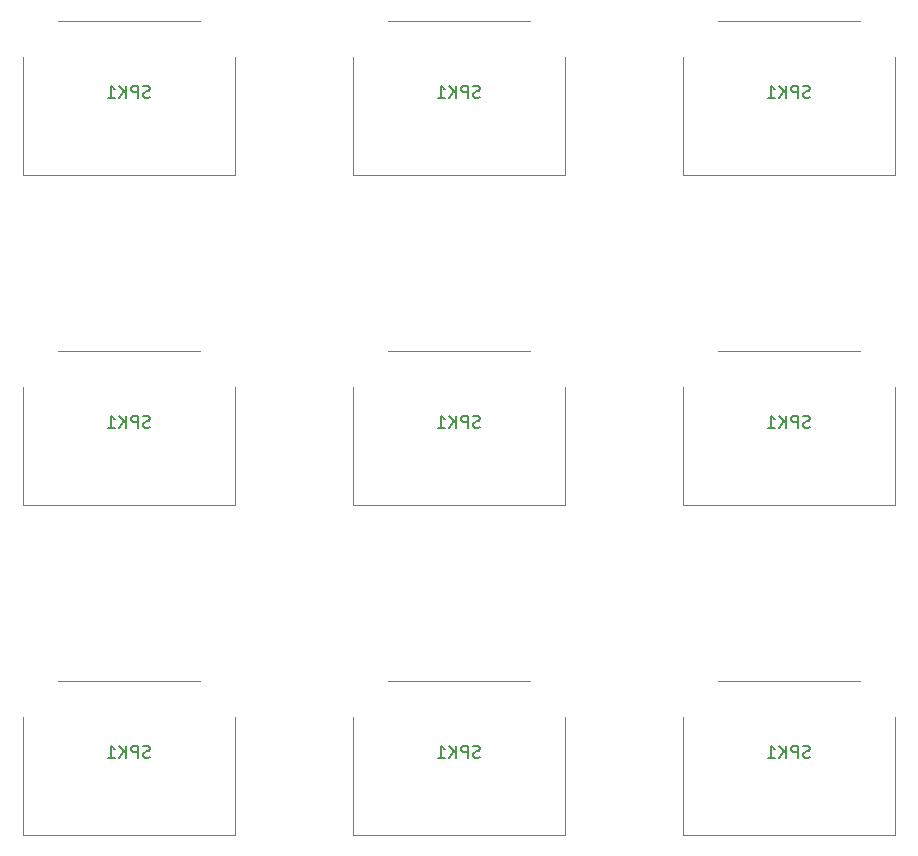
<source format=gbo>
G04 #@! TF.GenerationSoftware,KiCad,Pcbnew,6.0.2+dfsg-1*
G04 #@! TF.CreationDate,2024-01-21T16:33:43-07:00*
G04 #@! TF.ProjectId,ckt-dingdong-spk-array,636b742d-6469-46e6-9764-6f6e672d7370,rev?*
G04 #@! TF.SameCoordinates,Original*
G04 #@! TF.FileFunction,Legend,Bot*
G04 #@! TF.FilePolarity,Positive*
%FSLAX46Y46*%
G04 Gerber Fmt 4.6, Leading zero omitted, Abs format (unit mm)*
G04 Created by KiCad (PCBNEW 6.0.2+dfsg-1) date 2024-01-21 16:33:43*
%MOMM*%
%LPD*%
G01*
G04 APERTURE LIST*
%ADD10C,0.150000*%
%ADD11C,0.120000*%
G04 APERTURE END LIST*
D10*
X122321904Y-93564761D02*
X122179047Y-93612380D01*
X121940952Y-93612380D01*
X121845714Y-93564761D01*
X121798095Y-93517142D01*
X121750476Y-93421904D01*
X121750476Y-93326666D01*
X121798095Y-93231428D01*
X121845714Y-93183809D01*
X121940952Y-93136190D01*
X122131428Y-93088571D01*
X122226666Y-93040952D01*
X122274285Y-92993333D01*
X122321904Y-92898095D01*
X122321904Y-92802857D01*
X122274285Y-92707619D01*
X122226666Y-92660000D01*
X122131428Y-92612380D01*
X121893333Y-92612380D01*
X121750476Y-92660000D01*
X121321904Y-93612380D02*
X121321904Y-92612380D01*
X120940952Y-92612380D01*
X120845714Y-92660000D01*
X120798095Y-92707619D01*
X120750476Y-92802857D01*
X120750476Y-92945714D01*
X120798095Y-93040952D01*
X120845714Y-93088571D01*
X120940952Y-93136190D01*
X121321904Y-93136190D01*
X120321904Y-93612380D02*
X120321904Y-92612380D01*
X119750476Y-93612380D02*
X120179047Y-93040952D01*
X119750476Y-92612380D02*
X120321904Y-93183809D01*
X118798095Y-93612380D02*
X119369523Y-93612380D01*
X119083809Y-93612380D02*
X119083809Y-92612380D01*
X119179047Y-92755238D01*
X119274285Y-92850476D01*
X119369523Y-92898095D01*
X178201904Y-93564761D02*
X178059047Y-93612380D01*
X177820952Y-93612380D01*
X177725714Y-93564761D01*
X177678095Y-93517142D01*
X177630476Y-93421904D01*
X177630476Y-93326666D01*
X177678095Y-93231428D01*
X177725714Y-93183809D01*
X177820952Y-93136190D01*
X178011428Y-93088571D01*
X178106666Y-93040952D01*
X178154285Y-92993333D01*
X178201904Y-92898095D01*
X178201904Y-92802857D01*
X178154285Y-92707619D01*
X178106666Y-92660000D01*
X178011428Y-92612380D01*
X177773333Y-92612380D01*
X177630476Y-92660000D01*
X177201904Y-93612380D02*
X177201904Y-92612380D01*
X176820952Y-92612380D01*
X176725714Y-92660000D01*
X176678095Y-92707619D01*
X176630476Y-92802857D01*
X176630476Y-92945714D01*
X176678095Y-93040952D01*
X176725714Y-93088571D01*
X176820952Y-93136190D01*
X177201904Y-93136190D01*
X176201904Y-93612380D02*
X176201904Y-92612380D01*
X175630476Y-93612380D02*
X176059047Y-93040952D01*
X175630476Y-92612380D02*
X176201904Y-93183809D01*
X174678095Y-93612380D02*
X175249523Y-93612380D01*
X174963809Y-93612380D02*
X174963809Y-92612380D01*
X175059047Y-92755238D01*
X175154285Y-92850476D01*
X175249523Y-92898095D01*
X122321904Y-65624761D02*
X122179047Y-65672380D01*
X121940952Y-65672380D01*
X121845714Y-65624761D01*
X121798095Y-65577142D01*
X121750476Y-65481904D01*
X121750476Y-65386666D01*
X121798095Y-65291428D01*
X121845714Y-65243809D01*
X121940952Y-65196190D01*
X122131428Y-65148571D01*
X122226666Y-65100952D01*
X122274285Y-65053333D01*
X122321904Y-64958095D01*
X122321904Y-64862857D01*
X122274285Y-64767619D01*
X122226666Y-64720000D01*
X122131428Y-64672380D01*
X121893333Y-64672380D01*
X121750476Y-64720000D01*
X121321904Y-65672380D02*
X121321904Y-64672380D01*
X120940952Y-64672380D01*
X120845714Y-64720000D01*
X120798095Y-64767619D01*
X120750476Y-64862857D01*
X120750476Y-65005714D01*
X120798095Y-65100952D01*
X120845714Y-65148571D01*
X120940952Y-65196190D01*
X121321904Y-65196190D01*
X120321904Y-65672380D02*
X120321904Y-64672380D01*
X119750476Y-65672380D02*
X120179047Y-65100952D01*
X119750476Y-64672380D02*
X120321904Y-65243809D01*
X118798095Y-65672380D02*
X119369523Y-65672380D01*
X119083809Y-65672380D02*
X119083809Y-64672380D01*
X119179047Y-64815238D01*
X119274285Y-64910476D01*
X119369523Y-64958095D01*
X122321904Y-37684761D02*
X122179047Y-37732380D01*
X121940952Y-37732380D01*
X121845714Y-37684761D01*
X121798095Y-37637142D01*
X121750476Y-37541904D01*
X121750476Y-37446666D01*
X121798095Y-37351428D01*
X121845714Y-37303809D01*
X121940952Y-37256190D01*
X122131428Y-37208571D01*
X122226666Y-37160952D01*
X122274285Y-37113333D01*
X122321904Y-37018095D01*
X122321904Y-36922857D01*
X122274285Y-36827619D01*
X122226666Y-36780000D01*
X122131428Y-36732380D01*
X121893333Y-36732380D01*
X121750476Y-36780000D01*
X121321904Y-37732380D02*
X121321904Y-36732380D01*
X120940952Y-36732380D01*
X120845714Y-36780000D01*
X120798095Y-36827619D01*
X120750476Y-36922857D01*
X120750476Y-37065714D01*
X120798095Y-37160952D01*
X120845714Y-37208571D01*
X120940952Y-37256190D01*
X121321904Y-37256190D01*
X120321904Y-37732380D02*
X120321904Y-36732380D01*
X119750476Y-37732380D02*
X120179047Y-37160952D01*
X119750476Y-36732380D02*
X120321904Y-37303809D01*
X118798095Y-37732380D02*
X119369523Y-37732380D01*
X119083809Y-37732380D02*
X119083809Y-36732380D01*
X119179047Y-36875238D01*
X119274285Y-36970476D01*
X119369523Y-37018095D01*
X178201904Y-37684761D02*
X178059047Y-37732380D01*
X177820952Y-37732380D01*
X177725714Y-37684761D01*
X177678095Y-37637142D01*
X177630476Y-37541904D01*
X177630476Y-37446666D01*
X177678095Y-37351428D01*
X177725714Y-37303809D01*
X177820952Y-37256190D01*
X178011428Y-37208571D01*
X178106666Y-37160952D01*
X178154285Y-37113333D01*
X178201904Y-37018095D01*
X178201904Y-36922857D01*
X178154285Y-36827619D01*
X178106666Y-36780000D01*
X178011428Y-36732380D01*
X177773333Y-36732380D01*
X177630476Y-36780000D01*
X177201904Y-37732380D02*
X177201904Y-36732380D01*
X176820952Y-36732380D01*
X176725714Y-36780000D01*
X176678095Y-36827619D01*
X176630476Y-36922857D01*
X176630476Y-37065714D01*
X176678095Y-37160952D01*
X176725714Y-37208571D01*
X176820952Y-37256190D01*
X177201904Y-37256190D01*
X176201904Y-37732380D02*
X176201904Y-36732380D01*
X175630476Y-37732380D02*
X176059047Y-37160952D01*
X175630476Y-36732380D02*
X176201904Y-37303809D01*
X174678095Y-37732380D02*
X175249523Y-37732380D01*
X174963809Y-37732380D02*
X174963809Y-36732380D01*
X175059047Y-36875238D01*
X175154285Y-36970476D01*
X175249523Y-37018095D01*
X150261904Y-37684761D02*
X150119047Y-37732380D01*
X149880952Y-37732380D01*
X149785714Y-37684761D01*
X149738095Y-37637142D01*
X149690476Y-37541904D01*
X149690476Y-37446666D01*
X149738095Y-37351428D01*
X149785714Y-37303809D01*
X149880952Y-37256190D01*
X150071428Y-37208571D01*
X150166666Y-37160952D01*
X150214285Y-37113333D01*
X150261904Y-37018095D01*
X150261904Y-36922857D01*
X150214285Y-36827619D01*
X150166666Y-36780000D01*
X150071428Y-36732380D01*
X149833333Y-36732380D01*
X149690476Y-36780000D01*
X149261904Y-37732380D02*
X149261904Y-36732380D01*
X148880952Y-36732380D01*
X148785714Y-36780000D01*
X148738095Y-36827619D01*
X148690476Y-36922857D01*
X148690476Y-37065714D01*
X148738095Y-37160952D01*
X148785714Y-37208571D01*
X148880952Y-37256190D01*
X149261904Y-37256190D01*
X148261904Y-37732380D02*
X148261904Y-36732380D01*
X147690476Y-37732380D02*
X148119047Y-37160952D01*
X147690476Y-36732380D02*
X148261904Y-37303809D01*
X146738095Y-37732380D02*
X147309523Y-37732380D01*
X147023809Y-37732380D02*
X147023809Y-36732380D01*
X147119047Y-36875238D01*
X147214285Y-36970476D01*
X147309523Y-37018095D01*
X178201904Y-65624761D02*
X178059047Y-65672380D01*
X177820952Y-65672380D01*
X177725714Y-65624761D01*
X177678095Y-65577142D01*
X177630476Y-65481904D01*
X177630476Y-65386666D01*
X177678095Y-65291428D01*
X177725714Y-65243809D01*
X177820952Y-65196190D01*
X178011428Y-65148571D01*
X178106666Y-65100952D01*
X178154285Y-65053333D01*
X178201904Y-64958095D01*
X178201904Y-64862857D01*
X178154285Y-64767619D01*
X178106666Y-64720000D01*
X178011428Y-64672380D01*
X177773333Y-64672380D01*
X177630476Y-64720000D01*
X177201904Y-65672380D02*
X177201904Y-64672380D01*
X176820952Y-64672380D01*
X176725714Y-64720000D01*
X176678095Y-64767619D01*
X176630476Y-64862857D01*
X176630476Y-65005714D01*
X176678095Y-65100952D01*
X176725714Y-65148571D01*
X176820952Y-65196190D01*
X177201904Y-65196190D01*
X176201904Y-65672380D02*
X176201904Y-64672380D01*
X175630476Y-65672380D02*
X176059047Y-65100952D01*
X175630476Y-64672380D02*
X176201904Y-65243809D01*
X174678095Y-65672380D02*
X175249523Y-65672380D01*
X174963809Y-65672380D02*
X174963809Y-64672380D01*
X175059047Y-64815238D01*
X175154285Y-64910476D01*
X175249523Y-64958095D01*
X150261904Y-93564761D02*
X150119047Y-93612380D01*
X149880952Y-93612380D01*
X149785714Y-93564761D01*
X149738095Y-93517142D01*
X149690476Y-93421904D01*
X149690476Y-93326666D01*
X149738095Y-93231428D01*
X149785714Y-93183809D01*
X149880952Y-93136190D01*
X150071428Y-93088571D01*
X150166666Y-93040952D01*
X150214285Y-92993333D01*
X150261904Y-92898095D01*
X150261904Y-92802857D01*
X150214285Y-92707619D01*
X150166666Y-92660000D01*
X150071428Y-92612380D01*
X149833333Y-92612380D01*
X149690476Y-92660000D01*
X149261904Y-93612380D02*
X149261904Y-92612380D01*
X148880952Y-92612380D01*
X148785714Y-92660000D01*
X148738095Y-92707619D01*
X148690476Y-92802857D01*
X148690476Y-92945714D01*
X148738095Y-93040952D01*
X148785714Y-93088571D01*
X148880952Y-93136190D01*
X149261904Y-93136190D01*
X148261904Y-93612380D02*
X148261904Y-92612380D01*
X147690476Y-93612380D02*
X148119047Y-93040952D01*
X147690476Y-92612380D02*
X148261904Y-93183809D01*
X146738095Y-93612380D02*
X147309523Y-93612380D01*
X147023809Y-93612380D02*
X147023809Y-92612380D01*
X147119047Y-92755238D01*
X147214285Y-92850476D01*
X147309523Y-92898095D01*
X150261904Y-65624761D02*
X150119047Y-65672380D01*
X149880952Y-65672380D01*
X149785714Y-65624761D01*
X149738095Y-65577142D01*
X149690476Y-65481904D01*
X149690476Y-65386666D01*
X149738095Y-65291428D01*
X149785714Y-65243809D01*
X149880952Y-65196190D01*
X150071428Y-65148571D01*
X150166666Y-65100952D01*
X150214285Y-65053333D01*
X150261904Y-64958095D01*
X150261904Y-64862857D01*
X150214285Y-64767619D01*
X150166666Y-64720000D01*
X150071428Y-64672380D01*
X149833333Y-64672380D01*
X149690476Y-64720000D01*
X149261904Y-65672380D02*
X149261904Y-64672380D01*
X148880952Y-64672380D01*
X148785714Y-64720000D01*
X148738095Y-64767619D01*
X148690476Y-64862857D01*
X148690476Y-65005714D01*
X148738095Y-65100952D01*
X148785714Y-65148571D01*
X148880952Y-65196190D01*
X149261904Y-65196190D01*
X148261904Y-65672380D02*
X148261904Y-64672380D01*
X147690476Y-65672380D02*
X148119047Y-65100952D01*
X147690476Y-64672380D02*
X148261904Y-65243809D01*
X146738095Y-65672380D02*
X147309523Y-65672380D01*
X147023809Y-65672380D02*
X147023809Y-64672380D01*
X147119047Y-64815238D01*
X147214285Y-64910476D01*
X147309523Y-64958095D01*
D11*
X126560000Y-87160000D02*
X114560000Y-87160000D01*
X111560000Y-100160000D02*
X129560000Y-100160000D01*
X129560000Y-100160000D02*
X129560000Y-90160000D01*
X111560000Y-90160000D02*
X111560000Y-100160000D01*
X182440000Y-87160000D02*
X170440000Y-87160000D01*
X167440000Y-100160000D02*
X185440000Y-100160000D01*
X167440000Y-90160000D02*
X167440000Y-100160000D01*
X185440000Y-100160000D02*
X185440000Y-90160000D01*
X111560000Y-62220000D02*
X111560000Y-72220000D01*
X111560000Y-72220000D02*
X129560000Y-72220000D01*
X126560000Y-59220000D02*
X114560000Y-59220000D01*
X129560000Y-72220000D02*
X129560000Y-62220000D01*
X111560000Y-44280000D02*
X129560000Y-44280000D01*
X111560000Y-34280000D02*
X111560000Y-44280000D01*
X126560000Y-31280000D02*
X114560000Y-31280000D01*
X129560000Y-44280000D02*
X129560000Y-34280000D01*
X167440000Y-34280000D02*
X167440000Y-44280000D01*
X182440000Y-31280000D02*
X170440000Y-31280000D01*
X167440000Y-44280000D02*
X185440000Y-44280000D01*
X185440000Y-44280000D02*
X185440000Y-34280000D01*
X139500000Y-34280000D02*
X139500000Y-44280000D01*
X139500000Y-44280000D02*
X157500000Y-44280000D01*
X157500000Y-44280000D02*
X157500000Y-34280000D01*
X154500000Y-31280000D02*
X142500000Y-31280000D01*
X167440000Y-72220000D02*
X185440000Y-72220000D01*
X185440000Y-72220000D02*
X185440000Y-62220000D01*
X167440000Y-62220000D02*
X167440000Y-72220000D01*
X182440000Y-59220000D02*
X170440000Y-59220000D01*
X157500000Y-100160000D02*
X157500000Y-90160000D01*
X139500000Y-100160000D02*
X157500000Y-100160000D01*
X154500000Y-87160000D02*
X142500000Y-87160000D01*
X139500000Y-90160000D02*
X139500000Y-100160000D01*
X139500000Y-62220000D02*
X139500000Y-72220000D01*
X139500000Y-72220000D02*
X157500000Y-72220000D01*
X157500000Y-72220000D02*
X157500000Y-62220000D01*
X154500000Y-59220000D02*
X142500000Y-59220000D01*
M02*

</source>
